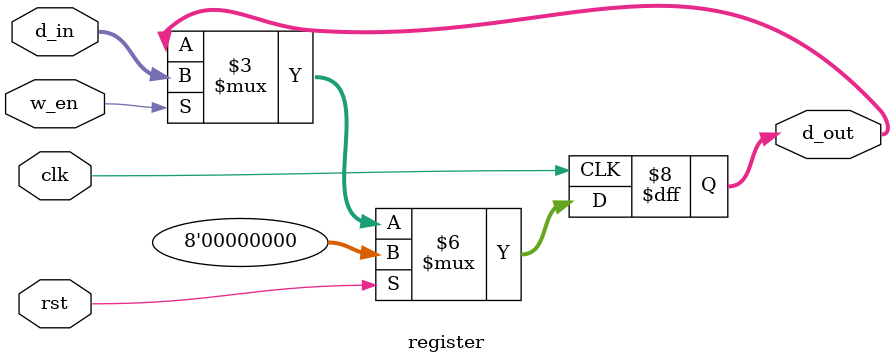
<source format=v>
`timescale 1ns / 1ps


module register #(parameter width=8) (clk, rst, w_en, d_in, d_out);
    input clk, rst;
    // w_en: write enable
    input w_en;
    // d_in: data in, will be written in next posedge when w_en high
    input [width-1:0] d_in;

    // d_out: data out
    output reg [width-1:0] d_out;

    initial d_out <= 0;

    always @ (posedge clk) begin
        if (rst)
            d_out <= 'd0;
        else if (w_en)
            d_out <= d_in;
    end

endmodule

</source>
